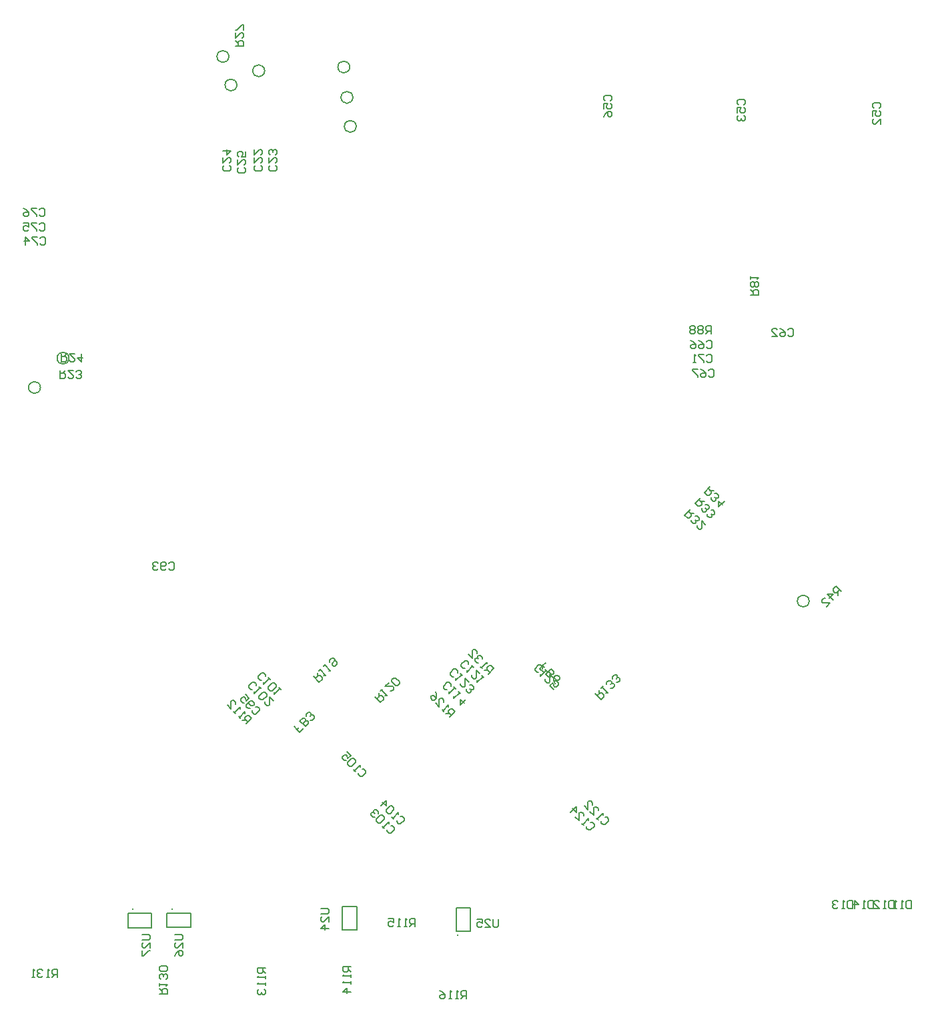
<source format=gbo>
G04*
G04 #@! TF.GenerationSoftware,Altium Limited,Altium Designer,25.5.2 (35)*
G04*
G04 Layer_Color=32896*
%FSLAX44Y44*%
%MOMM*%
G71*
G04*
G04 #@! TF.SameCoordinates,7FE83EBB-F424-4E48-BF24-F714E467DA33*
G04*
G04*
G04 #@! TF.FilePolarity,Positive*
G04*
G01*
G75*
%ADD12C,0.1270*%
%ADD15C,0.1000*%
%ADD17C,0.2032*%
D12*
X1070843Y523657D02*
G03*
X1070843Y523657I-7500J0D01*
G01*
X344500Y1178250D02*
G03*
X344500Y1178250I-7500J0D01*
G01*
X334304Y1214331D02*
G03*
X334304Y1214331I-7500J0D01*
G01*
X131500Y831750D02*
G03*
X131500Y831750I-7500J0D01*
G01*
X95250Y794500D02*
G03*
X95250Y794500I-7500J0D01*
G01*
X379750Y1196250D02*
G03*
X379750Y1196250I-7500J0D01*
G01*
X496000Y1125750D02*
G03*
X496000Y1125750I-7500J0D01*
G01*
X491750Y1162500D02*
G03*
X491750Y1162500I-7500J0D01*
G01*
X487750Y1201000D02*
G03*
X487750Y1201000I-7500J0D01*
G01*
X478400Y136250D02*
X496600D01*
X478400Y106250D02*
X496600D01*
X478400D02*
Y136250D01*
X496600Y106250D02*
Y136250D01*
X640964Y104675D02*
Y134675D01*
X622765Y104675D02*
Y134675D01*
Y104675D02*
X640964D01*
X622765Y134675D02*
X640964D01*
X236500Y109401D02*
Y127600D01*
X206500Y109401D02*
Y127600D01*
X236500D01*
X206500Y109401D02*
X236500D01*
X286000Y109901D02*
Y128100D01*
X256000Y109901D02*
Y128100D01*
X286000D01*
X256000Y109901D02*
X286000D01*
D15*
X623515Y100675D02*
Y99842D01*
X624348D01*
Y100675D01*
X623515D01*
X212500Y133350D02*
X211667D01*
Y132517D01*
X212500D01*
Y133350D01*
X262000Y133850D02*
X261167D01*
Y133017D01*
X262000D01*
Y133850D01*
D17*
X224672Y100792D02*
X233136D01*
X234828Y99100D01*
Y95714D01*
X233136Y94021D01*
X224672D01*
X234828Y83864D02*
Y90636D01*
X228057Y83864D01*
X226364D01*
X224672Y85557D01*
Y88943D01*
X226364Y90636D01*
X224672Y80479D02*
Y73708D01*
X226364D01*
X233136Y80479D01*
X234828D01*
X265672Y101042D02*
X274136D01*
X275828Y99349D01*
Y95964D01*
X274136Y94271D01*
X265672D01*
X275828Y84114D02*
Y90886D01*
X269057Y84114D01*
X267364D01*
X265672Y85807D01*
Y89193D01*
X267364Y90886D01*
X265672Y73958D02*
X267364Y77343D01*
X270750Y80729D01*
X274136D01*
X275828Y79036D01*
Y75651D01*
X274136Y73958D01*
X272443D01*
X270750Y75651D01*
Y80729D01*
X676389Y120228D02*
Y111764D01*
X674696Y110071D01*
X671311D01*
X669618Y111764D01*
Y120228D01*
X659461Y110071D02*
X666232D01*
X659461Y116842D01*
Y118535D01*
X661154Y120228D01*
X664540D01*
X666232Y118535D01*
X649305Y120228D02*
X656076D01*
Y115149D01*
X652690Y116842D01*
X650997D01*
X649305Y115149D01*
Y111764D01*
X650997Y110071D01*
X654383D01*
X656076Y111764D01*
X451172Y133542D02*
X459636D01*
X461328Y131849D01*
Y128464D01*
X459636Y126771D01*
X451172D01*
X461328Y116614D02*
Y123386D01*
X454557Y116614D01*
X452864D01*
X451172Y118307D01*
Y121693D01*
X452864Y123386D01*
X461328Y108151D02*
X451172D01*
X456250Y113229D01*
Y106458D01*
X799591Y406023D02*
X806773Y398841D01*
X810363Y402432D01*
Y404826D01*
X807970Y407220D01*
X805576D01*
X801985Y403629D01*
X804379Y406023D02*
Y410811D01*
X806773Y413204D02*
X809166Y415598D01*
X807970Y414402D01*
X815151Y407220D01*
X812757D01*
X818742Y413204D02*
X821136D01*
X823530Y415598D01*
Y417992D01*
X822333Y419189D01*
X819939D01*
X818742Y417993D01*
X819939Y419189D01*
Y421583D01*
X818742Y422780D01*
X816348D01*
X813954Y420386D01*
Y417993D01*
X825924Y420386D02*
X828318D01*
X830712Y422780D01*
Y425174D01*
X829515Y426371D01*
X827121D01*
X825924Y425174D01*
X827121Y426371D01*
Y428765D01*
X825924Y429962D01*
X823530D01*
X821136Y427568D01*
Y425174D01*
X663387Y430891D02*
X670569Y438073D01*
X666978Y441664D01*
X664584D01*
X662190Y439270D01*
Y436876D01*
X665781Y433285D01*
X663387Y435679D02*
X658599D01*
X656205Y438073D02*
X653811Y440467D01*
X655008Y439270D01*
X662190Y446451D01*
Y444058D01*
X656205Y450042D02*
Y452436D01*
X653811Y454830D01*
X651417D01*
X650220Y453633D01*
Y451240D01*
X651417Y450042D01*
X650220Y451240D01*
X647827D01*
X646630Y450042D01*
Y447649D01*
X649024Y445255D01*
X651417D01*
X638251Y456027D02*
X643039Y451240D01*
Y460815D01*
X644236Y462012D01*
X646630D01*
X649024Y459618D01*
Y457224D01*
X116581Y46172D02*
Y56328D01*
X111503D01*
X109810Y54636D01*
Y51250D01*
X111503Y49557D01*
X116581D01*
X113196D02*
X109810Y46172D01*
X106425D02*
X103039D01*
X104732D01*
Y56328D01*
X106425Y54636D01*
X97961D02*
X96268Y56328D01*
X92882D01*
X91190Y54636D01*
Y52943D01*
X92882Y51250D01*
X94575D01*
X92882D01*
X91190Y49557D01*
Y47864D01*
X92882Y46172D01*
X96268D01*
X97961Y47864D01*
X87804Y46172D02*
X84418D01*
X86111D01*
Y56328D01*
X87804Y54636D01*
X246172Y25726D02*
X256328D01*
Y30804D01*
X254636Y32497D01*
X251250D01*
X249557Y30804D01*
Y25726D01*
Y29111D02*
X246172Y32497D01*
Y35882D02*
Y39268D01*
Y37575D01*
X256328D01*
X254636Y35882D01*
Y44346D02*
X256328Y46039D01*
Y49425D01*
X254636Y51118D01*
X252943D01*
X251250Y49425D01*
Y47732D01*
Y49425D01*
X249557Y51118D01*
X247864D01*
X246172Y49425D01*
Y46039D01*
X247864Y44346D01*
X254636Y54503D02*
X256328Y56196D01*
Y59581D01*
X254636Y61274D01*
X247864D01*
X246172Y59581D01*
Y56196D01*
X247864Y54503D01*
X254636D01*
X614477Y376341D02*
X621659Y383523D01*
X618068Y387114D01*
X615674D01*
X613280Y384720D01*
Y382326D01*
X616871Y378735D01*
X614477Y381129D02*
X609689D01*
X607295Y383523D02*
X604902Y385917D01*
X606099Y384720D01*
X613280Y391902D01*
Y389508D01*
X596523Y394296D02*
X601311Y389508D01*
Y399083D01*
X602508Y400280D01*
X604902D01*
X607295Y397886D01*
Y395493D01*
X596523Y408659D02*
X597720Y405068D01*
X597720Y400280D01*
X595326Y397886D01*
X592932D01*
X590538Y400280D01*
Y402674D01*
X591735Y403871D01*
X594129D01*
X597720Y400280D01*
X519684Y402179D02*
X526866Y394998D01*
X530457Y398588D01*
Y400982D01*
X528063Y403376D01*
X525669D01*
X522078Y399785D01*
X524472Y402179D02*
Y406967D01*
X526866Y409361D02*
X529260Y411755D01*
X528063Y410558D01*
X535245Y403376D01*
X532851D01*
X537639Y420134D02*
X532851Y415346D01*
X542426D01*
X543624Y414149D01*
Y411755D01*
X541230Y409361D01*
X538836D01*
X546017Y416543D02*
X548411D01*
X550805Y418937D01*
Y421331D01*
X546017Y426119D01*
X543624D01*
X541230Y423725D01*
Y421331D01*
X546017Y416543D01*
X441782Y428028D02*
X448964Y420846D01*
X452555Y424437D01*
Y426831D01*
X450161Y429225D01*
X447767D01*
X444176Y425634D01*
X446570Y428028D02*
Y432816D01*
X448964Y435210D02*
X451358Y437604D01*
X450161Y436407D01*
X457343Y429225D01*
X454949D01*
Y441195D02*
X457343Y443589D01*
X456146Y442392D01*
X463328Y435210D01*
X460934D01*
X462131Y445983D02*
Y448377D01*
X464525Y450771D01*
X466919D01*
X471707Y445983D01*
Y443589D01*
X469313Y441195D01*
X466919D01*
X465722Y442392D01*
Y444786D01*
X469313Y448377D01*
X635928Y19172D02*
Y29328D01*
X630849D01*
X629157Y27636D01*
Y24250D01*
X630849Y22557D01*
X635928D01*
X632542D02*
X629157Y19172D01*
X625771D02*
X622385D01*
X624078D01*
Y29328D01*
X625771Y27636D01*
X617307Y19172D02*
X613922D01*
X615614D01*
Y29328D01*
X617307Y27636D01*
X602072Y29328D02*
X605458Y27636D01*
X608843Y24250D01*
Y20864D01*
X607150Y19172D01*
X603765D01*
X602072Y20864D01*
Y22557D01*
X603765Y24250D01*
X608843D01*
X570678Y110672D02*
Y120828D01*
X565600D01*
X563907Y119136D01*
Y115750D01*
X565600Y114057D01*
X570678D01*
X567292D02*
X563907Y110672D01*
X560521D02*
X557136D01*
X558828D01*
Y120828D01*
X560521Y119136D01*
X552057Y110672D02*
X548672D01*
X550364D01*
Y120828D01*
X552057Y119136D01*
X536822Y120828D02*
X543593D01*
Y115750D01*
X540208Y117443D01*
X538515D01*
X536822Y115750D01*
Y112364D01*
X538515Y110672D01*
X541900D01*
X543593Y112364D01*
X489078Y60428D02*
X478922D01*
Y55349D01*
X480614Y53657D01*
X484000D01*
X485693Y55349D01*
Y60428D01*
Y57042D02*
X489078Y53657D01*
Y50271D02*
Y46886D01*
Y48578D01*
X478922D01*
X480614Y50271D01*
X489078Y41807D02*
Y38422D01*
Y40114D01*
X478922D01*
X480614Y41807D01*
X489078Y28265D02*
X478922D01*
X484000Y33343D01*
Y26572D01*
X380828Y58678D02*
X370672D01*
Y53600D01*
X372364Y51907D01*
X375750D01*
X377443Y53600D01*
Y58678D01*
Y55292D02*
X380828Y51907D01*
Y48521D02*
Y45135D01*
Y46828D01*
X370672D01*
X372364Y48521D01*
X380828Y40057D02*
Y36672D01*
Y38364D01*
X370672D01*
X372364Y40057D01*
Y31593D02*
X370672Y29900D01*
Y26515D01*
X372364Y24822D01*
X374057D01*
X375750Y26515D01*
Y28208D01*
Y26515D01*
X377443Y24822D01*
X379136D01*
X380828Y26515D01*
Y29900D01*
X379136Y31593D01*
X356222Y367846D02*
X363404Y375028D01*
X359813Y378619D01*
X357419D01*
X355025Y376225D01*
Y373831D01*
X358616Y370240D01*
X356222Y372634D02*
X351434D01*
X349040Y375028D02*
X346646Y377422D01*
X347843Y376225D01*
X355025Y383407D01*
Y381013D01*
X343055D02*
X340661Y383407D01*
X341858Y382210D01*
X349040Y389392D01*
Y386998D01*
X332282Y391786D02*
X337070Y386998D01*
Y396574D01*
X338267Y397771D01*
X340661D01*
X343055Y395377D01*
Y392983D01*
X946292Y862422D02*
Y872578D01*
X941214D01*
X939521Y870886D01*
Y867500D01*
X941214Y865807D01*
X946292D01*
X942907D02*
X939521Y862422D01*
X936135Y870886D02*
X934443Y872578D01*
X931057D01*
X929364Y870886D01*
Y869193D01*
X931057Y867500D01*
X929364Y865807D01*
Y864114D01*
X931057Y862422D01*
X934443D01*
X936135Y864114D01*
Y865807D01*
X934443Y867500D01*
X936135Y869193D01*
Y870886D01*
X934443Y867500D02*
X931057D01*
X925979Y870886D02*
X924286Y872578D01*
X920900D01*
X919208Y870886D01*
Y869193D01*
X920900Y867500D01*
X919208Y865807D01*
Y864114D01*
X920900Y862422D01*
X924286D01*
X925979Y864114D01*
Y865807D01*
X924286Y867500D01*
X925979Y869193D01*
Y870886D01*
X924286Y867500D02*
X920900D01*
X996422Y912150D02*
X1006578D01*
Y917229D01*
X1004886Y918922D01*
X1001500D01*
X999807Y917229D01*
Y912150D01*
Y915536D02*
X996422Y918922D01*
X1004886Y922307D02*
X1006578Y924000D01*
Y927385D01*
X1004886Y929078D01*
X1003193D01*
X1001500Y927385D01*
X999807Y929078D01*
X998114D01*
X996422Y927385D01*
Y924000D01*
X998114Y922307D01*
X999807D01*
X1001500Y924000D01*
X1003193Y922307D01*
X1004886D01*
X1001500Y924000D02*
Y927385D01*
X996422Y932464D02*
Y935850D01*
Y934157D01*
X1006578D01*
X1004886Y932464D01*
X1111917Y535735D02*
X1104735Y542917D01*
X1101144Y539326D01*
Y536932D01*
X1103538Y534538D01*
X1105932D01*
X1109523Y538129D01*
X1107129Y535735D02*
Y530947D01*
X1101144Y524962D02*
X1093962Y532144D01*
X1101144Y532144D01*
X1096356Y527356D01*
X1092765Y516583D02*
X1097553Y521371D01*
X1087977D01*
X1086780Y522568D01*
Y524962D01*
X1089174Y527356D01*
X1091568D01*
X945080Y668419D02*
X937899Y661237D01*
X941490Y657646D01*
X943884D01*
X946277Y660040D01*
Y662434D01*
X942687Y666025D01*
X945080Y663631D02*
X949868D01*
X946277Y655252D02*
Y652858D01*
X948671Y650464D01*
X951065D01*
X952262Y651661D01*
Y654055D01*
X951065Y655252D01*
X952262Y654055D01*
X954656D01*
X955853Y655252D01*
Y657646D01*
X953459Y660040D01*
X951065D01*
X963035Y650464D02*
X955853Y643282D01*
X955853Y650464D01*
X960641Y645676D01*
X933070Y654679D02*
X925888Y647497D01*
X929479Y643906D01*
X931873D01*
X934267Y646300D01*
Y648694D01*
X930676Y652285D01*
X933070Y649891D02*
X937858D01*
X934267Y641512D02*
Y639118D01*
X936661Y636724D01*
X939055D01*
X940252Y637921D01*
Y640315D01*
X939055Y641512D01*
X940252Y640315D01*
X942646D01*
X943843Y641512D01*
Y643906D01*
X941449Y646300D01*
X939055D01*
X941449Y634330D02*
Y631936D01*
X943843Y629542D01*
X946237D01*
X947434Y630739D01*
Y633133D01*
X946237Y634330D01*
X947434Y633133D01*
X949828D01*
X951025Y634330D01*
Y636724D01*
X948631Y639118D01*
X946237D01*
X920070Y639929D02*
X912888Y632747D01*
X916479Y629156D01*
X918873D01*
X921267Y631550D01*
Y633944D01*
X917676Y637535D01*
X920070Y635141D02*
X924858D01*
X921267Y626762D02*
Y624368D01*
X923661Y621974D01*
X926055D01*
X927252Y623171D01*
Y625565D01*
X926055Y626762D01*
X927252Y625565D01*
X929646D01*
X930843Y626762D01*
Y629156D01*
X928449Y631550D01*
X926055D01*
X939222Y620777D02*
X934434Y625565D01*
Y615989D01*
X933237Y614792D01*
X930843D01*
X928449Y617186D01*
Y619580D01*
X342422Y1227458D02*
X352578D01*
Y1232536D01*
X350886Y1234229D01*
X347500D01*
X345807Y1232536D01*
Y1227458D01*
Y1230843D02*
X342422Y1234229D01*
Y1244386D02*
Y1237614D01*
X349193Y1244386D01*
X350886D01*
X352578Y1242693D01*
Y1239307D01*
X350886Y1237614D01*
X352578Y1247771D02*
Y1254542D01*
X350886D01*
X344114Y1247771D01*
X342422D01*
X121708Y837328D02*
Y827172D01*
X126786D01*
X128479Y828864D01*
Y832250D01*
X126786Y833943D01*
X121708D01*
X125093D02*
X128479Y837328D01*
X138636D02*
X131865D01*
X138636Y830557D01*
Y828864D01*
X136943Y827172D01*
X133557D01*
X131865Y828864D01*
X147100Y837328D02*
Y827172D01*
X142021Y832250D01*
X148792D01*
X120208Y816078D02*
Y805922D01*
X125286D01*
X126979Y807614D01*
Y811000D01*
X125286Y812693D01*
X120208D01*
X123593D02*
X126979Y816078D01*
X137135D02*
X130364D01*
X137135Y809307D01*
Y807614D01*
X135443Y805922D01*
X132057D01*
X130364Y807614D01*
X140521D02*
X142214Y805922D01*
X145599D01*
X147292Y807614D01*
Y809307D01*
X145599Y811000D01*
X143907D01*
X145599D01*
X147292Y812693D01*
Y814386D01*
X145599Y816078D01*
X142214D01*
X140521Y814386D01*
X733731Y433108D02*
X728943Y437896D01*
X732534Y441487D01*
X734928Y439093D01*
X732534Y441487D01*
X736125Y445078D01*
Y430714D02*
X743307Y437896D01*
X746898Y434305D01*
Y431911D01*
X745701Y430714D01*
X743307D01*
X739716Y434305D01*
X743307Y430714D01*
Y428320D01*
X742110Y427123D01*
X739716D01*
X736125Y430714D01*
X748095Y418744D02*
X746898Y422335D01*
X746898Y427123D01*
X749292Y429517D01*
X751686D01*
X754080Y427123D01*
Y424729D01*
X752883Y423532D01*
X750489D01*
X746898Y427123D01*
X429250Y362087D02*
X424462Y357299D01*
X420871Y360890D01*
X423265Y363284D01*
X420871Y360890D01*
X417280Y364481D01*
X431644D02*
X424462Y371663D01*
X428053Y375254D01*
X430447D01*
X431644Y374057D01*
Y371663D01*
X428053Y368072D01*
X431644Y371663D01*
X434038D01*
X435235Y370466D01*
Y368072D01*
X431644Y364481D01*
X437629Y372860D02*
X440023D01*
X442416Y375254D01*
Y377648D01*
X441219Y378845D01*
X438826D01*
X437629Y377648D01*
X438826Y378845D01*
Y381239D01*
X437629Y382436D01*
X435235D01*
X432841Y380042D01*
Y377648D01*
X1152355Y143727D02*
Y133570D01*
X1147276D01*
X1145583Y135263D01*
Y142034D01*
X1147276Y143727D01*
X1152355D01*
X1142198Y133570D02*
X1138812D01*
X1140505D01*
Y143727D01*
X1142198Y142034D01*
X1128655Y133570D02*
Y143727D01*
X1133734Y138649D01*
X1126963D01*
X1125685Y143727D02*
Y133570D01*
X1120606D01*
X1118913Y135263D01*
Y142034D01*
X1120606Y143727D01*
X1125685D01*
X1115528Y133570D02*
X1112142D01*
X1113835D01*
Y143727D01*
X1115528Y142034D01*
X1107064D02*
X1105371Y143727D01*
X1101985D01*
X1100293Y142034D01*
Y140342D01*
X1101985Y138649D01*
X1103678D01*
X1101985D01*
X1100293Y136956D01*
Y135263D01*
X1101985Y133570D01*
X1105371D01*
X1107064Y135263D01*
X1178262Y143727D02*
Y133570D01*
X1173184D01*
X1171491Y135263D01*
Y142034D01*
X1173184Y143727D01*
X1178262D01*
X1168106Y133570D02*
X1164720D01*
X1166413D01*
Y143727D01*
X1168106Y142034D01*
X1152871Y133570D02*
X1159642D01*
X1152871Y140342D01*
Y142034D01*
X1154564Y143727D01*
X1157949D01*
X1159642Y142034D01*
X1200614Y143473D02*
Y133316D01*
X1195536D01*
X1193843Y135009D01*
Y141780D01*
X1195536Y143473D01*
X1200614D01*
X1190458Y133316D02*
X1187072D01*
X1188765D01*
Y143473D01*
X1190458Y141780D01*
X1181994Y133316D02*
X1178608D01*
X1180301D01*
Y143473D01*
X1181994Y141780D01*
X727576Y433136D02*
X725182D01*
X722788Y435530D01*
Y437924D01*
X727576Y442712D01*
X729970D01*
X732364Y440318D01*
Y437924D01*
X735955Y436727D02*
X738348Y434333D01*
X737151Y435530D01*
X729970Y428349D01*
Y430742D01*
X746727Y425955D02*
X741939Y430742D01*
Y421167D01*
X740742Y419970D01*
X738348D01*
X735955Y422364D01*
Y424757D01*
X746727Y411591D02*
X741939Y416379D01*
X745530Y419970D01*
X746727Y416379D01*
X747924Y415182D01*
X750318D01*
X752712Y417576D01*
Y419970D01*
X750318Y422364D01*
X747924D01*
X793211Y242778D02*
X795605D01*
X797999Y240384D01*
Y237990D01*
X793211Y233202D01*
X790817D01*
X788423Y235596D01*
Y237990D01*
X784832Y239187D02*
X782438Y241581D01*
X783635Y240384D01*
X790817Y247566D01*
Y245172D01*
X774059Y249960D02*
X778847Y245172D01*
Y254748D01*
X780044Y255945D01*
X782438D01*
X784832Y253551D01*
Y251157D01*
X768074Y255945D02*
X775256Y263127D01*
X775256Y255945D01*
X770468Y260733D01*
X620072Y427805D02*
X617678D01*
X615284Y430199D01*
Y432593D01*
X620072Y437380D01*
X622466D01*
X624860Y434986D01*
Y432593D01*
X628451Y431395D02*
X630844Y429002D01*
X629648Y430199D01*
X622466Y423017D01*
Y425411D01*
X639223Y420623D02*
X634436Y425411D01*
Y415835D01*
X633238Y414638D01*
X630844D01*
X628451Y417032D01*
Y419426D01*
X635633Y412244D02*
Y409850D01*
X638026Y407456D01*
X640420D01*
X641617Y408653D01*
Y411047D01*
X640420Y412244D01*
X641617Y411047D01*
X644011D01*
X645208Y412244D01*
Y414638D01*
X642814Y417032D01*
X640420D01*
X811694Y249601D02*
X814088D01*
X816482Y247207D01*
Y244813D01*
X811694Y240026D01*
X809300D01*
X806906Y242419D01*
Y244813D01*
X803315Y246010D02*
X800921Y248404D01*
X802118Y247207D01*
X809300Y254389D01*
Y251995D01*
X792542Y256783D02*
X797330Y251995D01*
Y261571D01*
X798527Y262768D01*
X800921D01*
X803315Y260374D01*
Y257980D01*
X785360Y263965D02*
X790148Y259177D01*
Y268753D01*
X791345Y269950D01*
X793739D01*
X796133Y267556D01*
Y265162D01*
X633929Y438504D02*
X631535D01*
X629141Y440898D01*
Y443292D01*
X633929Y448080D01*
X636323D01*
X638717Y445686D01*
Y443292D01*
X642308Y442095D02*
X644702Y439701D01*
X643504Y440898D01*
X636323Y433716D01*
Y436110D01*
X653080Y431322D02*
X648292Y436110D01*
Y426534D01*
X647095Y425337D01*
X644702D01*
X642308Y427731D01*
Y430125D01*
X655474Y428928D02*
X657868Y426534D01*
X656671Y427731D01*
X649489Y420549D01*
Y422943D01*
X611364Y411017D02*
X608970D01*
X606576Y413410D01*
Y415804D01*
X611364Y420592D01*
X613758D01*
X616152Y418198D01*
Y415804D01*
X619743Y414608D02*
X622137Y412214D01*
X620940Y413410D01*
X613758Y406229D01*
Y408623D01*
X625728D02*
X628121Y406229D01*
X626925Y407426D01*
X619743Y400244D01*
Y402638D01*
X635303Y399047D02*
X628121Y391865D01*
X628122Y399047D01*
X632910Y394259D01*
X503355Y310726D02*
X505749D01*
X508143Y308332D01*
Y305938D01*
X503355Y301150D01*
X500961D01*
X498567Y303544D01*
Y305938D01*
X494976Y307135D02*
X492582Y309529D01*
X493779Y308332D01*
X500961Y315514D01*
Y313120D01*
X494976Y319105D02*
Y321499D01*
X492582Y323893D01*
X490188D01*
X485400Y319105D01*
Y316711D01*
X487794Y314317D01*
X490188D01*
X494976Y319105D01*
X484203Y332271D02*
X488991Y327483D01*
X485400Y323893D01*
X484203Y327483D01*
X483006Y328680D01*
X480612D01*
X478218Y326287D01*
Y323893D01*
X480612Y321499D01*
X483006D01*
X552125Y250602D02*
X554519D01*
X556913Y248208D01*
Y245814D01*
X552125Y241026D01*
X549731D01*
X547337Y243420D01*
Y245814D01*
X543746Y247011D02*
X541352Y249405D01*
X542549Y248208D01*
X549731Y255390D01*
Y252996D01*
X543746Y258981D02*
Y261375D01*
X541352Y263769D01*
X538958D01*
X534170Y258981D01*
Y256587D01*
X536564Y254193D01*
X538958D01*
X543746Y258981D01*
X526988Y263769D02*
X534170Y270951D01*
X534170Y263769D01*
X529382Y268557D01*
X539802Y238689D02*
X542196D01*
X544590Y236295D01*
Y233901D01*
X539802Y229113D01*
X537408D01*
X535014Y231507D01*
Y233901D01*
X531423Y235098D02*
X529029Y237492D01*
X530226Y236295D01*
X537408Y243477D01*
Y241083D01*
X531423Y247068D02*
Y249462D01*
X529029Y251856D01*
X526635D01*
X521847Y247068D01*
Y244674D01*
X524241Y242280D01*
X526635D01*
X531423Y247068D01*
X524241Y254250D02*
Y256644D01*
X521847Y259037D01*
X519453D01*
X518256Y257840D01*
Y255446D01*
X519453Y254249D01*
X518256Y255446D01*
X515862D01*
X514665Y254249D01*
Y251856D01*
X517059Y249462D01*
X519453D01*
X364367Y411474D02*
X361973D01*
X359579Y413868D01*
Y416262D01*
X364367Y421050D01*
X366761D01*
X369155Y418656D01*
Y416262D01*
X372746Y415065D02*
X375140Y412671D01*
X373943Y413868D01*
X366761Y406686D01*
Y409080D01*
X372746Y403095D02*
Y400701D01*
X375140Y398307D01*
X377534D01*
X382322Y403095D01*
Y405489D01*
X379928Y407883D01*
X377534D01*
X372746Y403095D01*
X390700Y397110D02*
X385913Y401898D01*
Y392322D01*
X384715Y391125D01*
X382322D01*
X379928Y393519D01*
Y395913D01*
X376243Y423184D02*
X373849D01*
X371455Y425578D01*
Y427972D01*
X376243Y432760D01*
X378637D01*
X381031Y430366D01*
Y427972D01*
X384622Y426775D02*
X387015Y424381D01*
X385818Y425578D01*
X378637Y418396D01*
Y420790D01*
X384622Y414805D02*
Y412411D01*
X387015Y410017D01*
X389409D01*
X394197Y414805D01*
Y417199D01*
X391803Y419593D01*
X389409D01*
X384622Y414805D01*
X397788Y413608D02*
X400182Y411214D01*
X398985Y412411D01*
X391803Y405229D01*
Y407623D01*
X368525Y389763D02*
X370919D01*
X373313Y387369D01*
Y384975D01*
X368525Y380187D01*
X366131D01*
X363737Y382581D01*
Y384975D01*
X361343Y387369D02*
X358949D01*
X356555Y389763D01*
Y392157D01*
X361343Y396945D01*
X363737D01*
X366131Y394551D01*
Y392157D01*
X364934Y390960D01*
X362540D01*
X358949Y394551D01*
X355358Y405324D02*
X360146Y400536D01*
X356555Y396945D01*
X355358Y400536D01*
X354161Y401733D01*
X351767D01*
X349373Y399339D01*
Y396945D01*
X351767Y394551D01*
X354161D01*
X257771Y571136D02*
X259464Y572828D01*
X262850D01*
X264542Y571136D01*
Y564364D01*
X262850Y562672D01*
X259464D01*
X257771Y564364D01*
X254386D02*
X252693Y562672D01*
X249307D01*
X247614Y564364D01*
Y571136D01*
X249307Y572828D01*
X252693D01*
X254386Y571136D01*
Y569443D01*
X252693Y567750D01*
X247614D01*
X244229Y571136D02*
X242536Y572828D01*
X239151D01*
X237458Y571136D01*
Y569443D01*
X239151Y567750D01*
X240843D01*
X239151D01*
X237458Y566057D01*
Y564364D01*
X239151Y562672D01*
X242536D01*
X244229Y564364D01*
X940328Y834886D02*
X942021Y836578D01*
X945407D01*
X947100Y834886D01*
Y828114D01*
X945407Y826422D01*
X942021D01*
X940328Y828114D01*
X936943Y836578D02*
X930172D01*
Y834886D01*
X936943Y828114D01*
Y826422D01*
X926786D02*
X923400D01*
X925093D01*
Y836578D01*
X926786Y834886D01*
X943271Y816136D02*
X944964Y817828D01*
X948350D01*
X950042Y816136D01*
Y809364D01*
X948350Y807672D01*
X944964D01*
X943271Y809364D01*
X933114Y817828D02*
X936500Y816136D01*
X939885Y812750D01*
Y809364D01*
X938193Y807672D01*
X934807D01*
X933114Y809364D01*
Y811057D01*
X934807Y812750D01*
X939885D01*
X929729Y817828D02*
X922958D01*
Y816136D01*
X929729Y809364D01*
Y807672D01*
X940771Y852636D02*
X942464Y854328D01*
X945850D01*
X947542Y852636D01*
Y845864D01*
X945850Y844172D01*
X942464D01*
X940771Y845864D01*
X930614Y854328D02*
X934000Y852636D01*
X937386Y849250D01*
Y845864D01*
X935693Y844172D01*
X932307D01*
X930614Y845864D01*
Y847557D01*
X932307Y849250D01*
X937386D01*
X920458Y854328D02*
X923843Y852636D01*
X927229Y849250D01*
Y845864D01*
X925536Y844172D01*
X922150D01*
X920458Y845864D01*
Y847557D01*
X922150Y849250D01*
X927229D01*
X1043729Y867712D02*
X1045422Y869405D01*
X1048808D01*
X1050500Y867712D01*
Y860941D01*
X1048808Y859248D01*
X1045422D01*
X1043729Y860941D01*
X1033573Y869405D02*
X1036958Y867712D01*
X1040344Y864327D01*
Y860941D01*
X1038651Y859248D01*
X1035265D01*
X1033573Y860941D01*
Y862634D01*
X1035265Y864327D01*
X1040344D01*
X1023416Y859248D02*
X1030187D01*
X1023416Y866020D01*
Y867712D01*
X1025109Y869405D01*
X1028494D01*
X1030187Y867712D01*
X812114Y1158021D02*
X810422Y1159714D01*
Y1163100D01*
X812114Y1164792D01*
X818886D01*
X820578Y1163100D01*
Y1159714D01*
X818886Y1158021D01*
X810422Y1147864D02*
Y1154635D01*
X815500D01*
X813807Y1151250D01*
Y1149557D01*
X815500Y1147864D01*
X818886D01*
X820578Y1149557D01*
Y1152943D01*
X818886Y1154635D01*
X810422Y1137708D02*
X812114Y1141093D01*
X815500Y1144479D01*
X818886D01*
X820578Y1142786D01*
Y1139400D01*
X818886Y1137708D01*
X817193D01*
X815500Y1139400D01*
Y1144479D01*
X981395Y1153393D02*
X979703Y1155086D01*
Y1158472D01*
X981395Y1160165D01*
X988167D01*
X989859Y1158472D01*
Y1155086D01*
X988167Y1153393D01*
X979703Y1143237D02*
Y1150008D01*
X984781D01*
X983088Y1146622D01*
Y1144930D01*
X984781Y1143237D01*
X988167D01*
X989859Y1144930D01*
Y1148315D01*
X988167Y1150008D01*
X981395Y1139851D02*
X979703Y1138158D01*
Y1134773D01*
X981395Y1133080D01*
X983088D01*
X984781Y1134773D01*
Y1136466D01*
Y1134773D01*
X986474Y1133080D01*
X988167D01*
X989859Y1134773D01*
Y1138158D01*
X988167Y1139851D01*
X1152808Y1148771D02*
X1151115Y1150464D01*
Y1153849D01*
X1152808Y1155542D01*
X1159579D01*
X1161272Y1153849D01*
Y1150464D01*
X1159579Y1148771D01*
X1151115Y1138614D02*
Y1145386D01*
X1156194D01*
X1154501Y1142000D01*
Y1140307D01*
X1156194Y1138614D01*
X1159579D01*
X1161272Y1140307D01*
Y1143693D01*
X1159579Y1145386D01*
X1161272Y1128458D02*
Y1135229D01*
X1154501Y1128458D01*
X1152808D01*
X1151115Y1130151D01*
Y1133536D01*
X1152808Y1135229D01*
X353692Y1073479D02*
X355385Y1071786D01*
Y1068400D01*
X353692Y1066708D01*
X346921D01*
X345228Y1068400D01*
Y1071786D01*
X346921Y1073479D01*
X345228Y1083636D02*
Y1076864D01*
X351999Y1083636D01*
X353692D01*
X355385Y1081943D01*
Y1078557D01*
X353692Y1076864D01*
X355385Y1093792D02*
Y1087021D01*
X350306D01*
X351999Y1090407D01*
Y1092100D01*
X350306Y1093792D01*
X346921D01*
X345228Y1092100D01*
Y1088714D01*
X346921Y1087021D01*
X334848Y1076436D02*
X336541Y1074744D01*
Y1071358D01*
X334848Y1069665D01*
X328077D01*
X326384Y1071358D01*
Y1074744D01*
X328077Y1076436D01*
X326384Y1086593D02*
Y1079822D01*
X333156Y1086593D01*
X334848D01*
X336541Y1084900D01*
Y1081515D01*
X334848Y1079822D01*
X326384Y1095057D02*
X336541D01*
X331463Y1089979D01*
Y1096750D01*
X393692Y1075979D02*
X395385Y1074286D01*
Y1070900D01*
X393692Y1069208D01*
X386921D01*
X385228Y1070900D01*
Y1074286D01*
X386921Y1075979D01*
X385228Y1086136D02*
Y1079364D01*
X391999Y1086136D01*
X393692D01*
X395385Y1084443D01*
Y1081057D01*
X393692Y1079364D01*
Y1089521D02*
X395385Y1091214D01*
Y1094600D01*
X393692Y1096292D01*
X391999D01*
X390306Y1094600D01*
Y1092907D01*
Y1094600D01*
X388613Y1096292D01*
X386921D01*
X385228Y1094600D01*
Y1091214D01*
X386921Y1089521D01*
X375325Y1075729D02*
X377018Y1074036D01*
Y1070650D01*
X375325Y1068958D01*
X368554D01*
X366861Y1070650D01*
Y1074036D01*
X368554Y1075729D01*
X366861Y1085886D02*
Y1079115D01*
X373632Y1085886D01*
X375325D01*
X377018Y1084193D01*
Y1080807D01*
X375325Y1079115D01*
X366861Y1096042D02*
Y1089271D01*
X373632Y1096042D01*
X375325D01*
X377018Y1094350D01*
Y1090964D01*
X375325Y1089271D01*
X93521Y1020329D02*
X95214Y1022022D01*
X98600D01*
X100292Y1020329D01*
Y1013558D01*
X98600Y1011865D01*
X95214D01*
X93521Y1013558D01*
X90135Y1022022D02*
X83364D01*
Y1020329D01*
X90135Y1013558D01*
Y1011865D01*
X73208Y1022022D02*
X76593Y1020329D01*
X79979Y1016944D01*
Y1013558D01*
X78286Y1011865D01*
X74900D01*
X73208Y1013558D01*
Y1015251D01*
X74900Y1016944D01*
X79979D01*
X94021Y1001579D02*
X95714Y1003272D01*
X99100D01*
X100792Y1001579D01*
Y994808D01*
X99100Y993115D01*
X95714D01*
X94021Y994808D01*
X90635Y1003272D02*
X83864D01*
Y1001579D01*
X90635Y994808D01*
Y993115D01*
X73708Y1003272D02*
X80479D01*
Y998194D01*
X77093Y999886D01*
X75401D01*
X73708Y998194D01*
Y994808D01*
X75401Y993115D01*
X78786D01*
X80479Y994808D01*
X94771Y983579D02*
X96464Y985272D01*
X99850D01*
X101542Y983579D01*
Y976808D01*
X99850Y975115D01*
X96464D01*
X94771Y976808D01*
X91385Y985272D02*
X84614D01*
Y983579D01*
X91385Y976808D01*
Y975115D01*
X76150D02*
Y985272D01*
X81229Y980194D01*
X74458D01*
M02*

</source>
